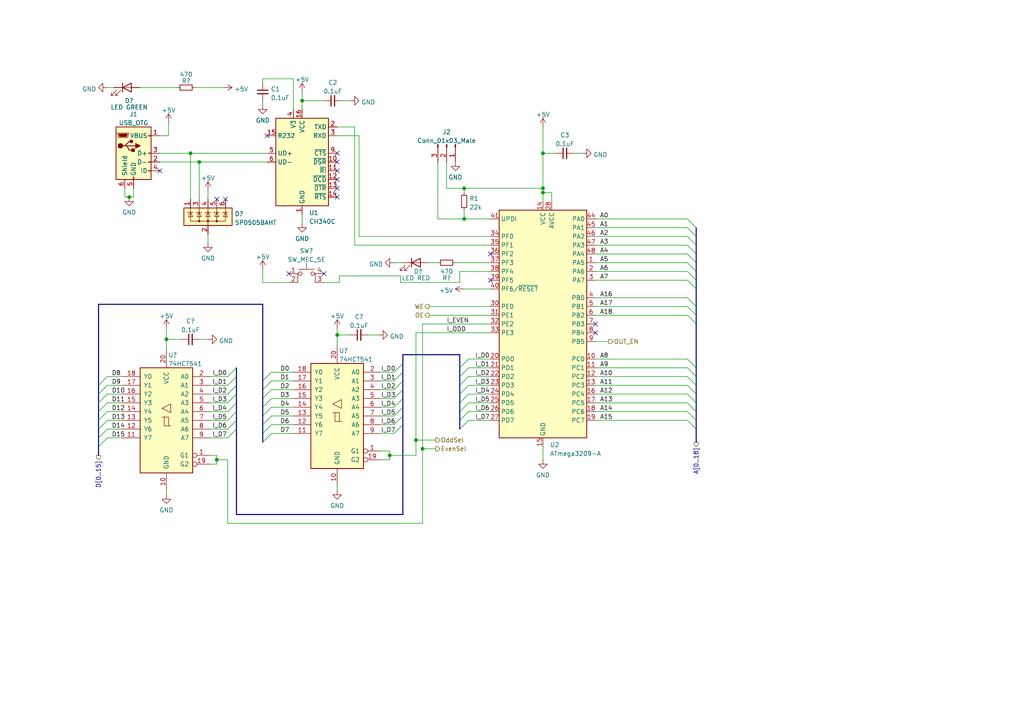
<source format=kicad_sch>
(kicad_sch (version 20211123) (generator eeschema)
  (paper "A4")
  (lib_symbols
    (symbol "74xx:74HCT541" (pin_names (offset 1.016))
      (property "Reference" "U" (at -7.62 16.51 0))
      (property "Value" "74HCT541" (at -7.62 -16.51 0))
      (symbol "74HCT541_1_0"
        (polyline (pts (xy -0.635 -1.6002) (xy -0.635 0.9398) (xy 0.635 0.9398)))
        (polyline (pts (xy -1.27 -1.6002) (xy 0.635 -1.6002) (xy 0.635 0.9398) (xy 1.27 0.9398)))
        (polyline (pts (xy 1.27 3.4798) (xy -1.27 4.7498) (xy -1.27 2.2098) (xy 1.27 3.4798)) (stroke (width 0.1524)))
        (pin input inverted (at -12.7 -10.16 0) (length 5.08) (name "G1") (number "1"))
        (pin power_in line (at 0 -20.32 90) (length 5.08) (name "GND") (number "10"))
        (pin tri_state line (at 12.7 -5.08 180) (length 5.08) (name "Y7") (number "11"))
        (pin tri_state line (at 12.7 -2.54 180) (length 5.08) (name "Y6") (number "12"))
        (pin tri_state line (at 12.7 0 180) (length 5.08) (name "Y5") (number "13"))
        (pin tri_state line (at 12.7 2.54 180) (length 5.08) (name "Y4") (number "14"))
        (pin tri_state line (at 12.7 5.08 180) (length 5.08) (name "Y3") (number "15"))
        (pin tri_state line (at 12.7 7.62 180) (length 5.08) (name "Y2") (number "16"))
        (pin tri_state line (at 12.7 10.16 180) (length 5.08) (name "Y1") (number "17"))
        (pin tri_state line (at 12.7 12.7 180) (length 5.08) (name "Y0") (number "18"))
        (pin input inverted (at -12.7 -12.7 0) (length 5.08) (name "G2") (number "19"))
        (pin input line (at -12.7 12.7 0) (length 5.08) (name "A0") (number "2"))
        (pin power_in line (at 0 20.32 270) (length 5.08) (name "VCC") (number "20"))
        (pin input line (at -12.7 10.16 0) (length 5.08) (name "A1") (number "3"))
        (pin input line (at -12.7 7.62 0) (length 5.08) (name "A2") (number "4"))
        (pin input line (at -12.7 5.08 0) (length 5.08) (name "A3") (number "5"))
        (pin input line (at -12.7 2.54 0) (length 5.08) (name "A4") (number "6"))
        (pin input line (at -12.7 0 0) (length 5.08) (name "A5") (number "7"))
        (pin input line (at -12.7 -2.54 0) (length 5.08) (name "A6") (number "8"))
        (pin input line (at -12.7 -5.08 0) (length 5.08) (name "A7") (number "9"))
      )
      (symbol "74HCT541_1_1"
        (rectangle (start -7.62 15.24) (end 7.62 -15.24) (stroke (width 0.254)) (fill (type background)))
      )
    )
    (symbol "Connector:Conn_01x03_Male" (pin_names (offset 1.016) hide)
      (property "Reference" "J" (at 0 5.08 0))
      (property "Value" "Conn_01x03_Male" (at 0 -5.08 0))
      (symbol "Conn_01x03_Male_1_1"
        (polyline (pts (xy 1.27 -2.54) (xy 0.8636 -2.54)) (stroke (width 0.1524)))
        (polyline (pts (xy 1.27 0) (xy 0.8636 0)) (stroke (width 0.1524)))
        (polyline (pts (xy 1.27 2.54) (xy 0.8636 2.54)) (stroke (width 0.1524)))
        (rectangle (start 0.8636 -2.413) (end 0 -2.667) (stroke (width 0.1524)) (fill (type outline)))
        (rectangle (start 0.8636 0.127) (end 0 -0.127) (stroke (width 0.1524)) (fill (type outline)))
        (rectangle (start 0.8636 2.667) (end 0 2.413) (stroke (width 0.1524)) (fill (type outline)))
        (pin passive line (at 5.08 2.54 180) (length 3.81) (name "Pin_1") (number "1"))
        (pin passive line (at 5.08 0 180) (length 3.81) (name "Pin_2") (number "2"))
        (pin passive line (at 5.08 -2.54 180) (length 3.81) (name "Pin_3") (number "3"))
      )
    )
    (symbol "Connector:USB_OTG" (pin_names (offset 1.016))
      (property "Reference" "J" (at -5.08 11.43 0))
      (property "Value" "USB_OTG" (at -5.08 8.89 0))
      (symbol "USB_OTG_0_1"
        (rectangle (start -5.08 -7.62) (end 5.08 7.62) (stroke (width 0.254)) (fill (type background)))
        (circle (center -3.81 2.159) (radius 0.635) (stroke (width 0.254)) (fill (type outline)))
        (circle (center -0.635 3.429) (radius 0.381) (stroke (width 0.254)) (fill (type outline)))
        (rectangle (start -0.127 -7.62) (end 0.127 -6.858))
        (polyline (pts (xy -1.905 2.159) (xy 0.635 2.159)) (stroke (width 0.254)))
        (polyline (pts (xy -3.175 2.159) (xy -2.54 2.159) (xy -1.27 3.429) (xy -0.635 3.429)) (stroke (width 0.254)))
        (polyline (pts (xy -2.54 2.159) (xy -1.905 2.159) (xy -1.27 0.889) (xy 0 0.889)) (stroke (width 0.254)))
        (polyline (pts (xy 0.635 2.794) (xy 0.635 1.524) (xy 1.905 2.159) (xy 0.635 2.794)) (stroke (width 0.254)) (fill (type outline)))
        (polyline (pts (xy -4.318 5.588) (xy -1.778 5.588) (xy -2.032 4.826) (xy -4.064 4.826) (xy -4.318 5.588)) (fill (type outline)))
        (polyline (pts (xy -4.699 5.842) (xy -4.699 5.588) (xy -4.445 4.826) (xy -4.445 4.572) (xy -1.651 4.572) (xy -1.651 4.826) (xy -1.397 5.588) (xy -1.397 5.842) (xy -4.699 5.842)))
        (rectangle (start 0.254 1.27) (end -0.508 0.508) (stroke (width 0.254)) (fill (type outline)))
        (rectangle (start 5.08 -5.207) (end 4.318 -4.953))
        (rectangle (start 5.08 -2.667) (end 4.318 -2.413))
        (rectangle (start 5.08 -0.127) (end 4.318 0.127))
        (rectangle (start 5.08 4.953) (end 4.318 5.207))
      )
      (symbol "USB_OTG_1_1"
        (pin passive line (at 7.62 5.08 180) (length 2.54) (name "VBUS") (number "1"))
        (pin bidirectional line (at 7.62 -2.54 180) (length 2.54) (name "D-") (number "2"))
        (pin bidirectional line (at 7.62 0 180) (length 2.54) (name "D+") (number "3"))
        (pin passive line (at 7.62 -5.08 180) (length 2.54) (name "ID") (number "4"))
        (pin passive line (at 0 -10.16 90) (length 2.54) (name "GND") (number "5"))
        (pin passive line (at -2.54 -10.16 90) (length 2.54) (name "Shield") (number "6"))
      )
    )
    (symbol "Device:C_Small" (pin_numbers hide) (pin_names (offset 0.254) hide)
      (property "Reference" "C" (at 0.254 1.778 0))
      (property "Value" "C_Small" (at 0.254 -2.032 0))
      (symbol "C_Small_0_1"
        (polyline (pts (xy -1.524 -0.508) (xy 1.524 -0.508)) (stroke (width 0.3302)))
        (polyline (pts (xy -1.524 0.508) (xy 1.524 0.508)) (stroke (width 0.3048)))
      )
      (symbol "C_Small_1_1"
        (pin passive line (at 0 2.54 270) (length 2.032) (name "~") (number "1"))
        (pin passive line (at 0 -2.54 90) (length 2.032) (name "~") (number "2"))
      )
    )
    (symbol "Device:LED" (pin_numbers hide) (pin_names (offset 1.016) hide)
      (property "Reference" "D" (at 0 2.54 0))
      (property "Value" "LED" (at 0 -2.54 0))
      (symbol "LED_0_1"
        (polyline (pts (xy -1.27 -1.27) (xy -1.27 1.27)) (stroke (width 0.254)))
        (polyline (pts (xy -1.27 0) (xy 1.27 0)))
        (polyline (pts (xy 1.27 -1.27) (xy 1.27 1.27) (xy -1.27 0) (xy 1.27 -1.27)) (stroke (width 0.254)))
        (polyline (pts (xy -3.048 -0.762) (xy -4.572 -2.286) (xy -3.81 -2.286) (xy -4.572 -2.286) (xy -4.572 -1.524)))
        (polyline (pts (xy -1.778 -0.762) (xy -3.302 -2.286) (xy -2.54 -2.286) (xy -3.302 -2.286) (xy -3.302 -1.524)))
      )
      (symbol "LED_1_1"
        (pin passive line (at -3.81 0 0) (length 2.54) (name "K") (number "1"))
        (pin passive line (at 3.81 0 180) (length 2.54) (name "A") (number "2"))
      )
    )
    (symbol "Device:R_Small" (pin_numbers hide) (pin_names (offset 0.254) hide)
      (property "Reference" "R" (at 0.762 0.508 0))
      (property "Value" "R_Small" (at 0.762 -1.016 0))
      (symbol "R_Small_0_1"
        (rectangle (start -0.762 1.778) (end 0.762 -1.778) (stroke (width 0.2032)))
      )
      (symbol "R_Small_1_1"
        (pin passive line (at 0 2.54 270) (length 0.762) (name "~") (number "1"))
        (pin passive line (at 0 -2.54 90) (length 0.762) (name "~") (number "2"))
      )
    )
    (symbol "Interface_USB:CH340C"
      (property "Reference" "U" (at -5.08 13.97 0))
      (property "Value" "CH340C" (at 1.27 13.97 0))
      (symbol "CH340C_0_1"
        (rectangle (start -7.62 12.7) (end 7.62 -12.7) (stroke (width 0.254)) (fill (type background)))
      )
      (symbol "CH340C_1_1"
        (pin power_in line (at 0 -15.24 90) (length 2.54) (name "GND") (number "1"))
        (pin input line (at 10.16 0 180) (length 2.54) (name "~{DSR}") (number "10"))
        (pin input line (at 10.16 -2.54 180) (length 2.54) (name "~{RI}") (number "11"))
        (pin input line (at 10.16 -5.08 180) (length 2.54) (name "~{DCD}") (number "12"))
        (pin output line (at 10.16 -7.62 180) (length 2.54) (name "~{DTR}") (number "13"))
        (pin output line (at 10.16 -10.16 180) (length 2.54) (name "~{RTS}") (number "14"))
        (pin input line (at -10.16 7.62 0) (length 2.54) (name "R232") (number "15"))
        (pin power_in line (at 0 15.24 270) (length 2.54) (name "VCC") (number "16"))
        (pin output line (at 10.16 10.16 180) (length 2.54) (name "TXD") (number "2"))
        (pin input line (at 10.16 7.62 180) (length 2.54) (name "RXD") (number "3"))
        (pin passive line (at -2.54 15.24 270) (length 2.54) (name "V3") (number "4"))
        (pin bidirectional line (at -10.16 2.54 0) (length 2.54) (name "UD+") (number "5"))
        (pin bidirectional line (at -10.16 0 0) (length 2.54) (name "UD-") (number "6"))
        (pin no_connect line (at -7.62 -7.62 0) (length 2.54) hide (name "NC") (number "7"))
        (pin no_connect line (at -7.62 -10.16 0) (length 2.54) hide (name "NC") (number "8"))
        (pin input line (at 10.16 2.54 180) (length 2.54) (name "~{CTS}") (number "9"))
      )
    )
    (symbol "MCU_Microchip_ATmega:ATmega3209-A"
      (property "Reference" "U" (at -12.7 34.29 0))
      (property "Value" "ATmega3209-A" (at 2.54 -34.29 0))
      (symbol "ATmega3209-A_0_1"
        (rectangle (start -12.7 -33.02) (end 12.7 33.02) (stroke (width 0.254)) (fill (type background)))
      )
      (symbol "ATmega3209-A_1_1"
        (pin bidirectional line (at 15.24 17.78 180) (length 2.54) (name "PA5") (number "1"))
        (pin bidirectional line (at 15.24 -10.16 180) (length 2.54) (name "PC0") (number "10"))
        (pin bidirectional line (at 15.24 -12.7 180) (length 2.54) (name "PC1") (number "11"))
        (pin bidirectional line (at 15.24 -15.24 180) (length 2.54) (name "PC2") (number "12"))
        (pin bidirectional line (at 15.24 -17.78 180) (length 2.54) (name "PC3") (number "13"))
        (pin power_in line (at 0 35.56 270) (length 2.54) (name "VCC") (number "14"))
        (pin power_in line (at 0 -35.56 90) (length 2.54) (name "GND") (number "15"))
        (pin bidirectional line (at 15.24 -20.32 180) (length 2.54) (name "PC4") (number "16"))
        (pin bidirectional line (at 15.24 -22.86 180) (length 2.54) (name "PC5") (number "17"))
        (pin bidirectional line (at 15.24 -25.4 180) (length 2.54) (name "PC6") (number "18"))
        (pin bidirectional line (at 15.24 -27.94 180) (length 2.54) (name "PC7") (number "19"))
        (pin bidirectional line (at 15.24 15.24 180) (length 2.54) (name "PA6") (number "2"))
        (pin bidirectional line (at -15.24 -10.16 0) (length 2.54) (name "PD0") (number "20"))
        (pin bidirectional line (at -15.24 -12.7 0) (length 2.54) (name "PD1") (number "21"))
        (pin bidirectional line (at -15.24 -15.24 0) (length 2.54) (name "PD2") (number "22"))
        (pin bidirectional line (at -15.24 -17.78 0) (length 2.54) (name "PD3") (number "23"))
        (pin bidirectional line (at -15.24 -20.32 0) (length 2.54) (name "PD4") (number "24"))
        (pin bidirectional line (at -15.24 -22.86 0) (length 2.54) (name "PD5") (number "25"))
        (pin bidirectional line (at -15.24 -25.4 0) (length 2.54) (name "PD6") (number "26"))
        (pin bidirectional line (at -15.24 -27.94 0) (length 2.54) (name "PD7") (number "27"))
        (pin power_in line (at 2.54 35.56 270) (length 2.54) (name "AVCC") (number "28"))
        (pin passive line (at 0 -35.56 90) (length 2.54) hide (name "GND") (number "29"))
        (pin bidirectional line (at 15.24 12.7 180) (length 2.54) (name "PA7") (number "3"))
        (pin bidirectional line (at -15.24 5.08 0) (length 2.54) (name "PE0") (number "30"))
        (pin bidirectional line (at -15.24 2.54 0) (length 2.54) (name "PE1") (number "31"))
        (pin bidirectional line (at -15.24 0 0) (length 2.54) (name "PE2") (number "32"))
        (pin bidirectional line (at -15.24 -2.54 0) (length 2.54) (name "PE3") (number "33"))
        (pin bidirectional line (at -15.24 25.4 0) (length 2.54) (name "PF0") (number "34"))
        (pin bidirectional line (at -15.24 22.86 0) (length 2.54) (name "PF1") (number "35"))
        (pin bidirectional line (at -15.24 20.32 0) (length 2.54) (name "PF2") (number "36"))
        (pin bidirectional line (at -15.24 17.78 0) (length 2.54) (name "PF3") (number "37"))
        (pin bidirectional line (at -15.24 15.24 0) (length 2.54) (name "PF4") (number "38"))
        (pin bidirectional line (at -15.24 12.7 0) (length 2.54) (name "PF5") (number "39"))
        (pin bidirectional line (at 15.24 7.62 180) (length 2.54) (name "PB0") (number "4"))
        (pin bidirectional line (at -15.24 10.16 0) (length 2.54) (name "PF6/~{RESET}") (number "40"))
        (pin bidirectional line (at -15.24 30.48 0) (length 2.54) (name "UPDI") (number "41"))
        (pin passive line (at 0 35.56 270) (length 2.54) hide (name "VCC") (number "42"))
        (pin passive line (at 0 -35.56 90) (length 2.54) hide (name "GND") (number "43"))
        (pin bidirectional line (at 15.24 30.48 180) (length 2.54) (name "PA0") (number "44"))
        (pin bidirectional line (at 15.24 27.94 180) (length 2.54) (name "PA1") (number "45"))
        (pin bidirectional line (at 15.24 25.4 180) (length 2.54) (name "PA2") (number "46"))
        (pin bidirectional line (at 15.24 22.86 180) (length 2.54) (name "PA3") (number "47"))
        (pin bidirectional line (at 15.24 20.32 180) (length 2.54) (name "PA4") (number "48"))
        (pin bidirectional line (at 15.24 5.08 180) (length 2.54) (name "PB1") (number "5"))
        (pin bidirectional line (at 15.24 2.54 180) (length 2.54) (name "PB2") (number "6"))
        (pin bidirectional line (at 15.24 0 180) (length 2.54) (name "PB3") (number "7"))
        (pin bidirectional line (at 15.24 -2.54 180) (length 2.54) (name "PB4") (number "8"))
        (pin bidirectional line (at 15.24 -5.08 180) (length 2.54) (name "PB5") (number "9"))
      )
    )
    (symbol "Power_Protection:SP0505BAHT" (pin_names hide)
      (property "Reference" "D" (at 7.62 2.54 0))
      (property "Value" "SP0505BAHT" (at 7.62 0.635 0))
      (symbol "SP0505BAHT_0_0"
        (pin passive line (at 0 -5.08 90) (length 2.54) (name "A") (number "2"))
      )
      (symbol "SP0505BAHT_0_1"
        (rectangle (start -6.985 2.54) (end 6.985 -2.54) (stroke (width 0.254)) (fill (type background)))
        (circle (center -2.54 -1.27) (radius 0.254) (fill (type outline)))
        (circle (center 0 -1.27) (radius 0.254) (fill (type outline)))
        (polyline (pts (xy -5.08 2.54) (xy -5.08 1.27)))
        (polyline (pts (xy -2.54 2.54) (xy -2.54 1.27)))
        (polyline (pts (xy 0 -1.27) (xy 0 -2.54)))
        (polyline (pts (xy 0 -1.27) (xy 0 1.27)))
        (polyline (pts (xy 0 2.54) (xy 0 1.27)))
        (polyline (pts (xy 0.635 1.27) (xy 0.762 1.27)))
        (polyline (pts (xy 2.54 2.54) (xy 2.54 1.27)))
        (polyline (pts (xy 5.08 2.54) (xy 5.08 1.27)))
        (polyline (pts (xy -5.08 1.27) (xy -5.08 -1.27) (xy -2.54 -1.27)))
        (polyline (pts (xy 0.635 1.27) (xy -0.762 1.27) (xy -0.762 1.016)))
        (polyline (pts (xy 5.08 1.27) (xy 5.08 -1.27) (xy 2.54 -1.27)))
        (polyline (pts (xy -5.842 1.016) (xy -5.842 1.27) (xy -4.445 1.27) (xy -4.318 1.27)))
        (polyline (pts (xy -5.08 1.27) (xy -4.445 0) (xy -5.715 0) (xy -5.08 1.27)))
        (polyline (pts (xy -3.302 1.016) (xy -3.302 1.27) (xy -1.905 1.27) (xy -1.778 1.27)))
        (polyline (pts (xy -2.54 1.27) (xy -2.54 -1.27) (xy 2.54 -1.27) (xy 2.54 1.27)))
        (polyline (pts (xy -2.54 1.27) (xy -1.905 0) (xy -3.175 0) (xy -2.54 1.27)))
        (polyline (pts (xy 0.635 0) (xy -0.635 0) (xy 0 1.27) (xy 0.635 0)))
        (polyline (pts (xy 1.778 1.016) (xy 1.778 1.27) (xy 3.175 1.27) (xy 3.302 1.27)))
        (polyline (pts (xy 2.54 1.27) (xy 1.905 0) (xy 3.175 0) (xy 2.54 1.27)))
        (polyline (pts (xy 4.318 1.016) (xy 4.318 1.27) (xy 5.715 1.27) (xy 5.842 1.27)))
        (polyline (pts (xy 5.08 1.27) (xy 4.445 0) (xy 5.715 0) (xy 5.08 1.27)))
        (circle (center 2.54 -1.27) (radius 0.254) (fill (type outline)))
      )
      (symbol "SP0505BAHT_1_1"
        (pin passive line (at -5.08 5.08 270) (length 2.54) (name "K") (number "1"))
        (pin passive line (at -2.54 5.08 270) (length 2.54) (name "K") (number "3"))
        (pin passive line (at 0 5.08 270) (length 2.54) (name "K") (number "4"))
        (pin passive line (at 2.54 5.08 270) (length 2.54) (name "K") (number "5"))
        (pin passive line (at 5.08 5.08 270) (length 2.54) (name "K") (number "6"))
      )
    )
    (symbol "Switch:SW_MEC_5E" (pin_names (offset 1.016) hide)
      (property "Reference" "SW" (at 0.635 5.715 0))
      (property "Value" "SW_MEC_5E" (at 0 -3.175 0))
      (symbol "SW_MEC_5E_0_1"
        (circle (center -1.778 2.54) (radius 0.508))
        (polyline (pts (xy -2.286 3.81) (xy 2.286 3.81)))
        (polyline (pts (xy 0 3.81) (xy 0 5.588)))
        (polyline (pts (xy -2.54 0) (xy -2.54 2.54) (xy -2.286 2.54)))
        (polyline (pts (xy 2.54 0) (xy 2.54 2.54) (xy 2.286 2.54)))
        (circle (center 1.778 2.54) (radius 0.508))
        (pin passive line (at -5.08 2.54 0) (length 2.54) (name "1") (number "1"))
        (pin passive line (at -5.08 0 0) (length 2.54) (name "2") (number "2"))
        (pin passive line (at 5.08 0 180) (length 2.54) (name "K") (number "3"))
        (pin passive line (at 5.08 2.54 180) (length 2.54) (name "A") (number "4"))
      )
    )
    (symbol "power:+5V" (power) (pin_names (offset 0))
      (property "Value" "+5V" (at 0 3.556 0))
      (symbol "+5V_0_1"
        (polyline (pts (xy -0.762 1.27) (xy 0 2.54)))
        (polyline (pts (xy 0 0) (xy 0 2.54)))
        (polyline (pts (xy 0 2.54) (xy 0.762 1.27)))
      )
      (symbol "+5V_1_1"
        (pin power_in line (at 0 0 90) (length 0) hide (name "+5V") (number "1"))
      )
    )
    (symbol "power:GND" (power) (pin_names (offset 0))
      (property "Value" "GND" (at 0 -3.81 0))
      (symbol "GND_0_1"
        (polyline (pts (xy 0 0) (xy 0 -1.27) (xy 1.27 -1.27) (xy 0 -2.54) (xy -1.27 -1.27) (xy 0 -1.27)))
      )
      (symbol "GND_1_1"
        (pin power_in line (at 0 0 270) (length 0) hide (name "GND") (number "1"))
      )
    )
  )
  (junction (at 157.48 54.61))
  (junction (at 37.465 57.15))
  (junction (at 157.48 55.88))
  (junction (at 134.62 54.61))
  (junction (at 157.48 44.45))
  (junction (at 134.62 63.5))
  (junction (at 55.245 44.45))
  (junction (at 113.03 132.08))
  (junction (at 122.555 130.175))
  (junction (at 97.79 97.155))
  (junction (at 48.26 98.425))
  (junction (at 120.65 127.635))
  (junction (at 62.865 133.35))
  (junction (at 57.785 46.99))
  (junction (at 87.63 29.21))
  (no_connect (at 83.82 79.375))
  (no_connect (at 93.98 79.375))
  (no_connect (at 46.355 49.53))
  (no_connect (at 62.865 57.785))
  (no_connect (at 65.405 57.785))
  (no_connect (at 77.47 39.37))
  (no_connect (at 97.79 49.53))
  (no_connect (at 97.79 46.99))
  (no_connect (at 97.79 44.45))
  (no_connect (at 97.79 57.15))
  (no_connect (at 97.79 54.61))
  (no_connect (at 97.79 52.07))
  (no_connect (at 172.72 93.98))
  (no_connect (at 142.24 81.28))
  (no_connect (at 142.24 73.66))
  (no_connect (at 172.72 96.52))
  (bus_entry (at 76.2 118.11) (size 2.54 -2.54))
  (bus_entry (at 199.39 86.36) (size 2.54 2.54))
  (bus_entry (at 199.39 88.9) (size 2.54 2.54))
  (bus_entry (at 66.04 116.84) (size 2.54 -2.54))
  (bus_entry (at 66.04 114.3) (size 2.54 -2.54))
  (bus_entry (at 66.04 111.76) (size 2.54 -2.54))
  (bus_entry (at 66.04 109.22) (size 2.54 -2.54))
  (bus_entry (at 66.04 119.38) (size 2.54 -2.54))
  (bus_entry (at 28.575 127) (size 2.54 -2.54))
  (bus_entry (at 28.575 129.54) (size 2.54 -2.54))
  (bus_entry (at 28.575 121.92) (size 2.54 -2.54))
  (bus_entry (at 28.575 124.46) (size 2.54 -2.54))
  (bus_entry (at 28.575 116.84) (size 2.54 -2.54))
  (bus_entry (at 28.575 119.38) (size 2.54 -2.54))
  (bus_entry (at 28.575 111.76) (size 2.54 -2.54))
  (bus_entry (at 28.575 114.3) (size 2.54 -2.54))
  (bus_entry (at 76.2 128.27) (size 2.54 -2.54))
  (bus_entry (at 76.2 125.73) (size 2.54 -2.54))
  (bus_entry (at 76.2 120.65) (size 2.54 -2.54))
  (bus_entry (at 76.2 110.49) (size 2.54 -2.54))
  (bus_entry (at 114.3 107.95) (size 2.54 -2.54))
  (bus_entry (at 114.3 110.49) (size 2.54 -2.54))
  (bus_entry (at 114.3 123.19) (size 2.54 -2.54))
  (bus_entry (at 114.3 118.11) (size 2.54 -2.54))
  (bus_entry (at 114.3 120.65) (size 2.54 -2.54))
  (bus_entry (at 114.3 113.03) (size 2.54 -2.54))
  (bus_entry (at 114.3 115.57) (size 2.54 -2.54))
  (bus_entry (at 114.3 125.73) (size 2.54 -2.54))
  (bus_entry (at 76.2 115.57) (size 2.54 -2.54))
  (bus_entry (at 66.04 124.46) (size 2.54 -2.54))
  (bus_entry (at 66.04 127) (size 2.54 -2.54))
  (bus_entry (at 76.2 123.19) (size 2.54 -2.54))
  (bus_entry (at 199.39 66.04) (size 2.54 2.54))
  (bus_entry (at 199.39 63.5) (size 2.54 2.54))
  (bus_entry (at 199.39 68.58) (size 2.54 2.54))
  (bus_entry (at 199.39 71.12) (size 2.54 2.54))
  (bus_entry (at 199.39 78.74) (size 2.54 2.54))
  (bus_entry (at 199.39 73.66) (size 2.54 2.54))
  (bus_entry (at 199.39 76.2) (size 2.54 2.54))
  (bus_entry (at 199.39 81.28) (size 2.54 2.54))
  (bus_entry (at 199.39 104.14) (size 2.54 2.54))
  (bus_entry (at 199.39 109.22) (size 2.54 2.54))
  (bus_entry (at 199.39 111.76) (size 2.54 2.54))
  (bus_entry (at 199.39 106.68) (size 2.54 2.54))
  (bus_entry (at 199.39 114.3) (size 2.54 2.54))
  (bus_entry (at 199.39 116.84) (size 2.54 2.54))
  (bus_entry (at 199.39 119.38) (size 2.54 2.54))
  (bus_entry (at 199.39 121.92) (size 2.54 2.54))
  (bus_entry (at 199.39 91.44) (size 2.54 2.54))
  (bus_entry (at 133.35 106.68) (size 2.54 -2.54))
  (bus_entry (at 133.35 109.22) (size 2.54 -2.54))
  (bus_entry (at 133.35 111.76) (size 2.54 -2.54))
  (bus_entry (at 133.35 116.84) (size 2.54 -2.54))
  (bus_entry (at 133.35 119.38) (size 2.54 -2.54))
  (bus_entry (at 133.35 121.92) (size 2.54 -2.54))
  (bus_entry (at 133.35 124.46) (size 2.54 -2.54))
  (bus_entry (at 133.35 114.3) (size 2.54 -2.54))
  (bus_entry (at 76.2 113.03) (size 2.54 -2.54))
  (bus_entry (at 66.04 121.92) (size 2.54 -2.54))
  (bus (pts (xy 201.93 78.74) (xy 201.93 81.28)))
  (wire (pts (xy 157.48 129.54) (xy 157.48 133.35)))
  (wire (pts (xy 110.49 125.73) (xy 114.3 125.73)))
  (wire (pts (xy 172.72 73.66) (xy 199.39 73.66)))
  (wire (pts (xy 98.425 80.01) (xy 98.425 81.915)))
  (wire (pts (xy 97.79 97.155) (xy 97.79 100.33)))
  (wire (pts (xy 122.555 151.765) (xy 66.04 151.765)))
  (wire (pts (xy 172.72 63.5) (xy 199.39 63.5)))
  (bus (pts (xy 28.575 121.92) (xy 28.575 124.46)))
  (wire (pts (xy 85.09 22.86) (xy 76.2 22.86)))
  (wire (pts (xy 135.89 121.92) (xy 142.24 121.92)))
  (wire (pts (xy 116.205 80.01) (xy 98.425 80.01)))
  (wire (pts (xy 172.72 71.12) (xy 199.39 71.12)))
  (bus (pts (xy 201.93 66.04) (xy 201.93 68.58)))
  (bus (pts (xy 133.35 109.22) (xy 133.35 106.68)))
  (wire (pts (xy 172.72 66.04) (xy 199.39 66.04)))
  (wire (pts (xy 78.74 118.11) (xy 85.09 118.11)))
  (wire (pts (xy 172.72 114.3) (xy 199.39 114.3)))
  (wire (pts (xy 157.48 54.61) (xy 157.48 55.88)))
  (bus (pts (xy 68.58 106.68) (xy 68.58 109.22)))
  (wire (pts (xy 172.72 116.84) (xy 199.39 116.84)))
  (wire (pts (xy 97.79 95.25) (xy 97.79 97.155)))
  (wire (pts (xy 60.96 111.76) (xy 66.04 111.76)))
  (bus (pts (xy 201.93 91.44) (xy 201.93 93.98)))
  (wire (pts (xy 110.49 120.65) (xy 114.3 120.65)))
  (wire (pts (xy 142.24 96.52) (xy 120.65 96.52)))
  (bus (pts (xy 116.84 102.87) (xy 116.84 105.41)))
  (wire (pts (xy 46.355 44.45) (xy 55.245 44.45)))
  (bus (pts (xy 116.84 113.03) (xy 116.84 115.57)))
  (bus (pts (xy 76.2 88.265) (xy 28.575 88.265)))
  (bus (pts (xy 68.58 121.92) (xy 68.58 124.46)))
  (wire (pts (xy 48.26 98.425) (xy 48.26 101.6)))
  (wire (pts (xy 38.735 57.15) (xy 37.465 57.15)))
  (wire (pts (xy 97.79 39.37) (xy 104.14 39.37)))
  (bus (pts (xy 201.93 83.82) (xy 201.93 88.9)))
  (wire (pts (xy 87.63 29.21) (xy 93.98 29.21)))
  (wire (pts (xy 78.74 113.03) (xy 85.09 113.03)))
  (wire (pts (xy 142.24 71.12) (xy 102.87 71.12)))
  (wire (pts (xy 87.63 62.23) (xy 87.63 64.77)))
  (wire (pts (xy 48.26 98.425) (xy 52.705 98.425)))
  (wire (pts (xy 124.46 76.2) (xy 127 76.2)))
  (bus (pts (xy 116.84 118.11) (xy 116.84 120.65)))
  (bus (pts (xy 68.58 119.38) (xy 68.58 121.92)))
  (wire (pts (xy 172.72 91.44) (xy 199.39 91.44)))
  (wire (pts (xy 134.62 54.61) (xy 157.48 54.61)))
  (bus (pts (xy 116.84 149.225) (xy 68.58 149.225)))
  (wire (pts (xy 31.115 121.92) (xy 35.56 121.92)))
  (wire (pts (xy 129.54 54.61) (xy 134.62 54.61)))
  (wire (pts (xy 122.555 130.175) (xy 126.365 130.175)))
  (wire (pts (xy 122.555 130.175) (xy 122.555 151.765)))
  (wire (pts (xy 60.96 121.92) (xy 66.04 121.92)))
  (bus (pts (xy 116.84 102.87) (xy 133.35 102.87)))
  (wire (pts (xy 134.62 60.96) (xy 134.62 63.5)))
  (wire (pts (xy 120.65 127.635) (xy 120.65 132.08)))
  (wire (pts (xy 76.2 29.21) (xy 76.2 30.48)))
  (wire (pts (xy 60.96 127) (xy 66.04 127)))
  (wire (pts (xy 60.96 134.62) (xy 62.865 134.62)))
  (wire (pts (xy 133.35 78.74) (xy 142.24 78.74)))
  (bus (pts (xy 133.35 121.92) (xy 133.35 119.38)))
  (bus (pts (xy 28.575 124.46) (xy 28.575 127)))
  (wire (pts (xy 60.96 116.84) (xy 66.04 116.84)))
  (wire (pts (xy 114.3 76.2) (xy 116.84 76.2)))
  (bus (pts (xy 76.2 113.03) (xy 76.2 115.57)))
  (wire (pts (xy 172.72 86.36) (xy 199.39 86.36)))
  (wire (pts (xy 85.09 31.75) (xy 85.09 22.86)))
  (bus (pts (xy 133.35 111.76) (xy 133.35 109.22)))
  (bus (pts (xy 201.93 106.68) (xy 201.93 109.22)))
  (bus (pts (xy 68.58 116.84) (xy 68.58 119.38)))
  (wire (pts (xy 172.72 119.38) (xy 199.39 119.38)))
  (bus (pts (xy 76.2 110.49) (xy 76.2 88.265)))
  (wire (pts (xy 48.26 142.24) (xy 48.26 143.51)))
  (bus (pts (xy 201.93 71.12) (xy 201.93 73.66)))
  (bus (pts (xy 201.93 73.66) (xy 201.93 76.2)))
  (wire (pts (xy 31.115 119.38) (xy 35.56 119.38)))
  (wire (pts (xy 60.96 114.3) (xy 66.04 114.3)))
  (wire (pts (xy 127 63.5) (xy 134.62 63.5)))
  (wire (pts (xy 31.115 25.4) (xy 33.02 25.4)))
  (wire (pts (xy 31.115 127) (xy 35.56 127)))
  (wire (pts (xy 110.49 110.49) (xy 114.3 110.49)))
  (wire (pts (xy 157.48 44.45) (xy 157.48 54.61)))
  (wire (pts (xy 124.46 91.44) (xy 142.24 91.44)))
  (wire (pts (xy 113.03 132.08) (xy 120.65 132.08)))
  (wire (pts (xy 66.04 151.765) (xy 66.04 133.35)))
  (wire (pts (xy 62.865 132.08) (xy 60.96 132.08)))
  (bus (pts (xy 28.575 116.84) (xy 28.575 119.38)))
  (bus (pts (xy 116.84 105.41) (xy 116.84 107.95)))
  (bus (pts (xy 28.575 119.38) (xy 28.575 121.92)))
  (wire (pts (xy 172.72 99.06) (xy 176.53 99.06)))
  (bus (pts (xy 76.2 120.65) (xy 76.2 123.19)))
  (wire (pts (xy 97.79 140.97) (xy 97.79 142.24)))
  (wire (pts (xy 60.325 55.245) (xy 60.325 57.785)))
  (wire (pts (xy 113.03 133.35) (xy 110.49 133.35)))
  (bus (pts (xy 68.58 111.76) (xy 68.58 114.3)))
  (wire (pts (xy 93.98 81.915) (xy 98.425 81.915)))
  (wire (pts (xy 78.74 120.65) (xy 85.09 120.65)))
  (wire (pts (xy 87.63 26.67) (xy 87.63 29.21)))
  (wire (pts (xy 104.14 39.37) (xy 104.14 68.58)))
  (bus (pts (xy 76.2 110.49) (xy 76.2 113.03)))
  (bus (pts (xy 28.575 111.76) (xy 28.575 114.3)))
  (wire (pts (xy 124.46 88.9) (xy 142.24 88.9)))
  (wire (pts (xy 172.72 121.92) (xy 199.39 121.92)))
  (wire (pts (xy 60.96 119.38) (xy 66.04 119.38)))
  (wire (pts (xy 78.74 107.95) (xy 85.09 107.95)))
  (wire (pts (xy 135.89 119.38) (xy 142.24 119.38)))
  (bus (pts (xy 201.93 81.28) (xy 201.93 83.82)))
  (bus (pts (xy 133.35 106.68) (xy 133.35 102.87)))
  (wire (pts (xy 134.62 83.82) (xy 142.24 83.82)))
  (bus (pts (xy 28.575 129.54) (xy 28.575 132.08)))
  (bus (pts (xy 133.35 119.38) (xy 133.35 116.84)))
  (bus (pts (xy 201.93 76.2) (xy 201.93 78.74)))
  (wire (pts (xy 113.03 132.08) (xy 113.03 133.35)))
  (wire (pts (xy 135.89 106.68) (xy 142.24 106.68)))
  (bus (pts (xy 201.93 109.22) (xy 201.93 111.76)))
  (wire (pts (xy 36.195 54.61) (xy 36.195 57.15)))
  (wire (pts (xy 135.89 111.76) (xy 142.24 111.76)))
  (wire (pts (xy 99.06 29.21) (xy 101.6 29.21)))
  (wire (pts (xy 56.515 25.4) (xy 64.77 25.4)))
  (wire (pts (xy 110.49 118.11) (xy 114.3 118.11)))
  (wire (pts (xy 172.72 104.14) (xy 199.39 104.14)))
  (wire (pts (xy 110.49 130.81) (xy 113.03 130.81)))
  (wire (pts (xy 135.89 109.22) (xy 142.24 109.22)))
  (wire (pts (xy 62.865 133.35) (xy 66.04 133.35)))
  (wire (pts (xy 97.79 97.155) (xy 101.6 97.155)))
  (bus (pts (xy 133.35 116.84) (xy 133.35 114.3)))
  (bus (pts (xy 201.93 93.98) (xy 201.93 106.68)))
  (wire (pts (xy 46.355 46.99) (xy 57.785 46.99)))
  (wire (pts (xy 127 46.99) (xy 127 63.5)))
  (wire (pts (xy 110.49 113.03) (xy 114.3 113.03)))
  (bus (pts (xy 116.84 110.49) (xy 116.84 113.03)))
  (wire (pts (xy 76.2 22.86) (xy 76.2 24.13)))
  (bus (pts (xy 76.2 123.19) (xy 76.2 125.73)))
  (bus (pts (xy 201.93 68.58) (xy 201.93 71.12)))
  (bus (pts (xy 116.84 107.95) (xy 116.84 110.49)))
  (wire (pts (xy 172.72 88.9) (xy 199.39 88.9)))
  (wire (pts (xy 40.64 25.4) (xy 51.435 25.4)))
  (wire (pts (xy 135.89 116.84) (xy 142.24 116.84)))
  (bus (pts (xy 201.93 124.46) (xy 201.93 128.27)))
  (wire (pts (xy 135.89 104.14) (xy 142.24 104.14)))
  (wire (pts (xy 78.74 123.19) (xy 85.09 123.19)))
  (wire (pts (xy 87.63 29.21) (xy 87.63 31.75)))
  (wire (pts (xy 55.245 44.45) (xy 55.245 57.785)))
  (bus (pts (xy 133.35 114.3) (xy 133.35 111.76)))
  (wire (pts (xy 78.74 110.49) (xy 85.09 110.49)))
  (wire (pts (xy 62.865 133.35) (xy 62.865 132.08)))
  (bus (pts (xy 28.575 127) (xy 28.575 129.54)))
  (wire (pts (xy 172.72 78.74) (xy 199.39 78.74)))
  (wire (pts (xy 160.02 58.42) (xy 160.02 55.88)))
  (wire (pts (xy 122.555 93.98) (xy 122.555 130.175)))
  (wire (pts (xy 60.325 67.945) (xy 60.325 70.485)))
  (wire (pts (xy 132.08 76.2) (xy 142.24 76.2)))
  (wire (pts (xy 120.65 96.52) (xy 120.65 127.635)))
  (wire (pts (xy 104.14 68.58) (xy 142.24 68.58)))
  (wire (pts (xy 31.115 114.3) (xy 35.56 114.3)))
  (bus (pts (xy 116.84 115.57) (xy 116.84 118.11)))
  (wire (pts (xy 76.2 78.105) (xy 76.2 81.915)))
  (wire (pts (xy 157.48 55.88) (xy 157.48 58.42)))
  (wire (pts (xy 133.35 81.915) (xy 133.35 78.74)))
  (wire (pts (xy 129.54 46.99) (xy 129.54 54.61)))
  (wire (pts (xy 172.72 111.76) (xy 199.39 111.76)))
  (wire (pts (xy 57.785 98.425) (xy 60.325 98.425)))
  (wire (pts (xy 116.205 80.01) (xy 116.205 81.915)))
  (bus (pts (xy 201.93 88.9) (xy 201.93 91.44)))
  (wire (pts (xy 36.195 57.15) (xy 37.465 57.15)))
  (wire (pts (xy 31.115 116.84) (xy 35.56 116.84)))
  (bus (pts (xy 116.84 120.65) (xy 116.84 123.19)))
  (wire (pts (xy 102.87 71.12) (xy 102.87 36.83)))
  (bus (pts (xy 116.84 123.19) (xy 116.84 149.225)))
  (wire (pts (xy 135.89 114.3) (xy 142.24 114.3)))
  (wire (pts (xy 57.785 46.99) (xy 57.785 57.785)))
  (wire (pts (xy 172.72 106.68) (xy 199.39 106.68)))
  (bus (pts (xy 28.575 114.3) (xy 28.575 116.84)))
  (wire (pts (xy 120.65 127.635) (xy 126.365 127.635)))
  (bus (pts (xy 201.93 121.92) (xy 201.93 124.46)))
  (wire (pts (xy 157.48 36.83) (xy 157.48 44.45)))
  (wire (pts (xy 134.62 54.61) (xy 134.62 55.88)))
  (wire (pts (xy 48.895 39.37) (xy 48.895 35.56)))
  (wire (pts (xy 31.115 124.46) (xy 35.56 124.46)))
  (wire (pts (xy 172.72 76.2) (xy 199.39 76.2)))
  (wire (pts (xy 46.355 39.37) (xy 48.895 39.37)))
  (bus (pts (xy 28.575 88.265) (xy 28.575 111.76)))
  (bus (pts (xy 201.93 114.3) (xy 201.93 116.84)))
  (wire (pts (xy 110.49 115.57) (xy 114.3 115.57)))
  (wire (pts (xy 31.115 111.76) (xy 35.56 111.76)))
  (wire (pts (xy 160.02 55.88) (xy 157.48 55.88)))
  (wire (pts (xy 142.24 93.98) (xy 122.555 93.98)))
  (wire (pts (xy 60.96 109.22) (xy 66.04 109.22)))
  (bus (pts (xy 76.2 125.73) (xy 76.2 128.27)))
  (wire (pts (xy 78.74 125.73) (xy 85.09 125.73)))
  (wire (pts (xy 166.37 44.45) (xy 168.91 44.45)))
  (wire (pts (xy 57.785 46.99) (xy 77.47 46.99)))
  (wire (pts (xy 110.49 107.95) (xy 114.3 107.95)))
  (wire (pts (xy 102.87 36.83) (xy 97.79 36.83)))
  (wire (pts (xy 161.29 44.45) (xy 157.48 44.45)))
  (wire (pts (xy 38.735 54.61) (xy 38.735 57.15)))
  (bus (pts (xy 201.93 119.38) (xy 201.93 121.92)))
  (wire (pts (xy 172.72 68.58) (xy 199.39 68.58)))
  (wire (pts (xy 134.62 63.5) (xy 142.24 63.5)))
  (wire (pts (xy 172.72 81.28) (xy 199.39 81.28)))
  (bus (pts (xy 201.93 111.76) (xy 201.93 114.3)))
  (bus (pts (xy 133.35 124.46) (xy 133.35 121.92)))
  (wire (pts (xy 62.865 134.62) (xy 62.865 133.35)))
  (bus (pts (xy 68.58 114.3) (xy 68.58 116.84)))
  (wire (pts (xy 48.26 95.25) (xy 48.26 98.425)))
  (wire (pts (xy 172.72 109.22) (xy 199.39 109.22)))
  (bus (pts (xy 201.93 116.84) (xy 201.93 119.38)))
  (wire (pts (xy 78.74 115.57) (xy 85.09 115.57)))
  (wire (pts (xy 76.2 81.915) (xy 83.82 81.915)))
  (bus (pts (xy 68.58 109.22) (xy 68.58 111.76)))
  (wire (pts (xy 113.03 130.81) (xy 113.03 132.08)))
  (wire (pts (xy 116.205 81.915) (xy 133.35 81.915)))
  (wire (pts (xy 31.115 109.22) (xy 35.56 109.22)))
  (bus (pts (xy 76.2 115.57) (xy 76.2 118.11)))
  (wire (pts (xy 110.49 123.19) (xy 114.3 123.19)))
  (wire (pts (xy 55.245 44.45) (xy 77.47 44.45)))
  (bus (pts (xy 68.58 124.46) (xy 68.58 149.225)))
  (wire (pts (xy 106.68 97.155) (xy 109.855 97.155)))
  (wire (pts (xy 60.96 124.46) (xy 66.04 124.46)))
  (bus (pts (xy 76.2 118.11) (xy 76.2 120.65)))
  (label "I_D2" (at 137.795 109.22 0))
  (label "D3" (at 81.28 115.57 0))
  (label "D13" (at 32.385 121.92 0))
  (label "I_D6" (at 137.795 119.38 0))
  (label "D14" (at 32.385 124.46 0))
  (label "I_D7" (at 61.595 127 0))
  (label "A2" (at 173.99 68.58 0))
  (label "D2" (at 81.28 113.03 0))
  (label "I_D4" (at 61.595 119.38 0))
  (label "A3" (at 173.99 71.12 0))
  (label "I_D1" (at 61.595 111.76 0))
  (label "D5" (at 81.28 120.65 0))
  (label "A6" (at 173.99 78.74 0))
  (label "I_D3" (at 137.795 111.76 0))
  (label "A16" (at 173.99 86.36 0))
  (label "D11" (at 32.385 116.84 0))
  (label "D10" (at 32.385 114.3 0))
  (label "I_D2" (at 110.49 113.03 0))
  (label "I_D4" (at 137.795 114.3 0))
  (label "I_D5" (at 110.49 120.65 0))
  (label "A13" (at 173.99 116.84 0))
  (label "A7" (at 173.99 81.28 0))
  (label "I_D2" (at 61.595 114.3 0))
  (label "I_D1" (at 137.795 106.68 0))
  (label "A10" (at 173.99 109.22 0))
  (label "A1" (at 173.99 66.04 0))
  (label "A17" (at 173.99 88.9 0))
  (label "I_D3" (at 110.49 115.57 0))
  (label "D9" (at 32.385 111.76 0))
  (label "A9" (at 173.99 106.68 0))
  (label "I_D0" (at 110.49 107.95 0))
  (label "I_ODD" (at 129.54 96.52 0))
  (label "D7" (at 81.28 125.73 0))
  (label "I_D4" (at 110.49 118.11 0))
  (label "I_D5" (at 137.795 116.84 0))
  (label "I_D5" (at 61.595 121.92 0))
  (label "D1" (at 81.28 110.49 0))
  (label "A4" (at 173.99 73.66 0))
  (label "D6" (at 81.28 123.19 0))
  (label "A5" (at 173.99 76.2 0))
  (label "A0" (at 173.99 63.5 0))
  (label "A8" (at 173.99 104.14 0))
  (label "I_D7" (at 110.49 125.73 0))
  (label "A12" (at 173.99 114.3 0))
  (label "I_D1" (at 110.49 110.49 0))
  (label "D8" (at 32.385 109.22 0))
  (label "I_D6" (at 61.595 124.46 0))
  (label "D12" (at 32.385 119.38 0))
  (label "A15" (at 173.99 121.92 0))
  (label "A14" (at 173.99 119.38 0))
  (label "D15" (at 32.385 127 0))
  (label "I_D3" (at 61.595 116.84 0))
  (label "A18" (at 173.99 91.44 0))
  (label "I_D0" (at 137.795 104.14 0))
  (label "D0" (at 81.28 107.95 0))
  (label "I_D7" (at 137.795 121.92 0))
  (label "A11" (at 173.99 111.76 0))
  (label "I_EVEN" (at 129.54 93.98 0))
  (label "D4" (at 81.28 118.11 0))
  (label "I_D6" (at 110.49 123.19 0))
  (label "I_D0" (at 61.595 109.22 0))
  (hierarchical_label "OUT_EN" (shape output) (at 176.53 99.06 0))
  (hierarchical_label "D[0..15]" (shape output) (at 28.575 132.08 270))
  (hierarchical_label "A[0..18]" (shape output) (at 201.93 128.27 270))
  (hierarchical_label "EvenSel" (shape output) (at 126.365 130.175 0))
  (hierarchical_label "OddSel" (shape output) (at 126.365 127.635 0))
  (hierarchical_label "WE" (shape output) (at 124.46 88.9 180))
  (hierarchical_label "OE" (shape output) (at 124.46 91.44 180))
  (symbol (lib_id "Connector:USB_OTG") (at 38.735 44.45 0) (unit 1)
    (property "Reference" "J1" (at 38.735 33.1302 0))
    (property "Value" "USB_OTG" (at 38.735 35.6671 0))
    (property "Footprint" "Connector_USB:USB_Mini-B_Wuerth_65100516121_Horizontal" (effects hide))
    (property "Datasheet" " ~" (effects hide))
  )
  (symbol (lib_id "power:+5V") (at 64.77 25.4 270) (unit 1)
    (property "Reference" "#PWR?" (effects hide))
    (property "Value" "+5V" (at 67.945 25.8338 90) (effects (justify left)))
  )
  (symbol (lib_id "Device:C_Small") (at 104.14 97.155 90) (unit 1)
    (property "Reference" "C?" (at 104.1463 91.8931 90))
    (property "Value" "0.1uF" (at 104.1463 94.43 90))
    (property "Footprint" "Capacitor_SMD:C_1206_3216Metric_Pad1.33x1.80mm_HandSolder" (effects hide))
  )
  (symbol (lib_id "power:GND") (at 97.79 142.24 0) (unit 1)
    (property "Reference" "#PWR?" (effects hide))
    (property "Value" "GND" (at 97.79 146.6834 0))
  )
  (symbol (lib_id "power:+5V") (at 60.325 55.245 0) (unit 1)
    (property "Reference" "#PWR?" (effects hide))
    (property "Value" "+5V" (at 60.325 51.6692 0))
  )
  (symbol (lib_id "power:+5V") (at 157.48 36.83 0) (unit 1)
    (property "Reference" "#PWR09" (effects hide))
    (property "Value" "+5V" (at 157.48 33.2542 0))
  )
  (symbol (lib_id "Device:LED") (at 36.83 25.4 0) (unit 1)
    (property "Reference" "D?" (at 37.465 29.21 0))
    (property "Value" "LED GREEN" (at 37.465 31.115 0))
    (property "Footprint" "LED_SMD:LED_0805_2012Metric_Pad1.15x1.40mm_HandSolder" (effects hide))
  )
  (symbol (lib_id "power:GND") (at 101.6 29.21 90) (unit 1)
    (property "Reference" "#PWR06" (effects hide))
    (property "Value" "GND" (at 104.775 29.6438 90) (effects (justify right)))
  )
  (symbol (lib_id "power:GND") (at 60.325 98.425 90) (unit 1)
    (property "Reference" "#PWR?" (effects hide))
    (property "Value" "GND" (at 63.5 98.8588 90) (effects (justify right)))
  )
  (symbol (lib_id "power:+5V") (at 48.895 35.56 0) (unit 1)
    (property "Reference" "#PWR02" (effects hide))
    (property "Value" "+5V" (at 48.895 31.9842 0))
  )
  (symbol (lib_id "power:GND") (at 37.465 57.15 0) (unit 1)
    (property "Reference" "#PWR01" (effects hide))
    (property "Value" "GND" (at 37.465 61.5934 0))
  )
  (symbol (lib_id "Device:R_Small") (at 53.975 25.4 90) (unit 1)
    (property "Reference" "R?" (at 53.975 23.495 90))
    (property "Value" "470" (at 53.975 21.59 90))
    (property "Footprint" "Resistor_SMD:R_0805_2012Metric_Pad1.20x1.40mm_HandSolder" (effects hide))
  )
  (symbol (lib_id "power:+5V") (at 76.2 78.105 0) (unit 1)
    (property "Reference" "#PWR?" (effects hide))
    (property "Value" "+5V" (at 76.2 74.5292 0))
  )
  (symbol (lib_id "power:GND") (at 48.26 143.51 0) (unit 1)
    (property "Reference" "#PWR?" (effects hide))
    (property "Value" "GND" (at 48.26 147.9534 0))
  )
  (symbol (lib_id "Device:C_Small") (at 76.2 26.67 0) (unit 1)
    (property "Reference" "C1" (at 78.5241 25.8416 0) (effects (justify left)))
    (property "Value" "0.1uF" (at 78.5241 28.3785 0) (effects (justify left)))
    (property "Footprint" "Capacitor_SMD:C_1206_3216Metric_Pad1.33x1.80mm_HandSolder" (effects hide))
  )
  (symbol (lib_id "MCU_Microchip_ATmega:ATmega3209-A") (at 157.48 93.98 0) (unit 1)
    (property "Reference" "U2" (at 159.4994 129.0304 0) (effects (justify left)))
    (property "Value" "ATmega3209-A" (at 159.4994 131.5673 0) (effects (justify left)))
    (property "Footprint" "Package_QFP:TQFP-48_7x7mm_P0.5mm" (effects hide))
    (property "Datasheet" "http://ww1.microchip.com/downloads/en/DeviceDoc/40002016A.pdf" (effects hide))
  )
  (symbol (lib_id "Device:C_Small") (at 96.52 29.21 90) (unit 1)
    (property "Reference" "C2" (at 96.5263 23.9481 90))
    (property "Value" "0.1uF" (at 96.5263 26.485 90))
    (property "Footprint" "Capacitor_SMD:C_1206_3216Metric_Pad1.33x1.80mm_HandSolder" (effects hide))
  )
  (symbol (lib_id "Device:C_Small") (at 163.83 44.45 90) (unit 1)
    (property "Reference" "C3" (at 163.8363 39.1881 90))
    (property "Value" "0.1uF" (at 163.8363 41.725 90))
    (property "Footprint" "Capacitor_SMD:C_1206_3216Metric_Pad1.33x1.80mm_HandSolder" (effects hide))
  )
  (symbol (lib_id "74xx:74HCT541") (at 97.79 120.65 0) (mirror y) (unit 1)
    (property "Reference" "U?" (at 98.3106 101.7102 0) (effects (justify right)))
    (property "Value" "74HCT541" (at 98.3106 104.2471 0) (effects (justify right)))
    (property "Footprint" "Package_SO:SOIC-20W_7.5x12.8mm_P1.27mm" (effects hide))
    (property "Datasheet" "http://www.ti.com/lit/gpn/sn74HCT541" (effects hide))
  )
  (symbol (lib_id "power:GND") (at 76.2 30.48 0) (unit 1)
    (property "Reference" "#PWR03" (effects hide))
    (property "Value" "GND" (at 76.2 34.9234 0))
  )
  (symbol (lib_id "Switch:SW_MEC_5E") (at 88.9 81.915 0) (unit 1)
    (property "Reference" "SW?" (at 88.9 72.7542 0))
    (property "Value" "SW_MEC_5E" (at 88.9 75.2911 0))
    (property "Footprint" "Button_Switch_THT:SW_PUSH_6mm_H4.3mm" (effects hide))
    (property "Datasheet" "http://www.apem.com/int/index.php?controller=attachment&id_attachment=1371" (effects hide))
  )
  (symbol (lib_id "power:GND") (at 60.325 70.485 0) (unit 1)
    (property "Reference" "#PWR?" (effects hide))
    (property "Value" "GND" (at 60.325 74.9284 0))
  )
  (symbol (lib_id "power:+5V") (at 48.26 95.25 0) (unit 1)
    (property "Reference" "#PWR?" (effects hide))
    (property "Value" "+5V" (at 48.26 91.6742 0))
  )
  (symbol (lib_id "power:GND") (at 114.3 76.2 270) (unit 1)
    (property "Reference" "#PWR?" (effects hide))
    (property "Value" "GND" (at 111.1251 76.6338 90) (effects (justify right)))
  )
  (symbol (lib_id "power:GND") (at 157.48 133.35 0) (unit 1)
    (property "Reference" "#PWR010" (effects hide))
    (property "Value" "GND" (at 157.48 137.7934 0))
  )
  (symbol (lib_id "Power_Protection:SP0505BAHT") (at 60.325 62.865 0) (unit 1)
    (property "Reference" "D?" (at 68.072 62.0303 0) (effects (justify left)))
    (property "Value" "SP0505BAHT" (at 68.072 64.5672 0) (effects (justify left)))
    (property "Footprint" "Package_TO_SOT_SMD:SOT-23-6" (effects hide))
    (property "Datasheet" "http://www.littelfuse.com/~/media/files/littelfuse/technical%20resources/documents/data%20sheets/sp05xxba.pdf" (effects hide))
  )
  (symbol (lib_id "Device:R_Small") (at 129.54 76.2 90) (unit 1)
    (property "Reference" "R?" (at 129.54 80.645 90))
    (property "Value" "470" (at 129.54 78.74 90))
    (property "Footprint" "Resistor_SMD:R_0805_2012Metric_Pad1.20x1.40mm_HandSolder" (effects hide))
  )
  (symbol (lib_id "Device:C_Small") (at 55.245 98.425 90) (unit 1)
    (property "Reference" "C?" (at 55.2513 93.1631 90))
    (property "Value" "0.1uF" (at 55.2513 95.7 90))
    (property "Footprint" "Capacitor_SMD:C_1206_3216Metric_Pad1.33x1.80mm_HandSolder" (effects hide))
  )
  (symbol (lib_id "Device:LED") (at 120.65 76.2 0) (unit 1)
    (property "Reference" "D?" (at 121.285 78.74 0))
    (property "Value" "LED RED" (at 120.65 80.645 0))
    (property "Footprint" "LED_SMD:LED_0805_2012Metric_Pad1.15x1.40mm_HandSolder" (effects hide))
  )
  (symbol (lib_id "Connector:Conn_01x03_Male") (at 129.54 41.91 270) (unit 1)
    (property "Reference" "J2" (at 129.54 38.261 90))
    (property "Value" "Conn_01x03_Male" (at 129.54 40.7979 90))
  )
  (symbol (lib_id "Interface_USB:CH340C") (at 87.63 46.99 0) (unit 1)
    (property "Reference" "U1" (at 89.6494 61.7204 0) (effects (justify left)))
    (property "Value" "CH340C" (at 89.6494 64.2573 0) (effects (justify left)))
    (property "Footprint" "Package_SO:SOIC-16_3.9x9.9mm_P1.27mm" (effects hide))
    (property "Datasheet" "https://datasheet.lcsc.com/szlcsc/Jiangsu-Qin-Heng-CH340C_C84681.pdf" (effects hide))
  )
  (symbol (lib_id "power:+5V") (at 134.62 83.82 90) (unit 1)
    (property "Reference" "#PWR08" (effects hide))
    (property "Value" "+5V" (at 131.4451 84.2538 90) (effects (justify left)))
  )
  (symbol (lib_id "power:GND") (at 87.63 64.77 0) (unit 1)
    (property "Reference" "#PWR05" (effects hide))
    (property "Value" "GND" (at 87.63 69.2134 0))
  )
  (symbol (lib_id "power:GND") (at 31.115 25.4 270) (unit 1)
    (property "Reference" "#PWR?" (effects hide))
    (property "Value" "GND" (at 27.9401 25.8338 90) (effects (justify right)))
  )
  (symbol (lib_id "Device:R_Small") (at 134.62 58.42 0) (unit 1)
    (property "Reference" "R1" (at 136.1186 57.5853 0) (effects (justify left)))
    (property "Value" "22k" (at 136.1186 60.1222 0) (effects (justify left)))
    (property "Footprint" "Resistor_SMD:R_0805_2012Metric_Pad1.20x1.40mm_HandSolder" (effects hide))
  )
  (symbol (lib_id "74xx:74HCT541") (at 48.26 121.92 0) (mirror y) (unit 1)
    (property "Reference" "U?" (at 48.7806 102.9802 0) (effects (justify right)))
    (property "Value" "74HCT541" (at 48.7806 105.5171 0) (effects (justify right)))
    (property "Footprint" "Package_SO:SOIC-20W_7.5x12.8mm_P1.27mm" (effects hide))
    (property "Datasheet" "http://www.ti.com/lit/gpn/sn74HCT541" (effects hide))
  )
  (symbol (lib_id "power:+5V") (at 87.63 26.67 0) (unit 1)
    (property "Reference" "#PWR04" (effects hide))
    (property "Value" "+5V" (at 87.63 23.0942 0))
  )
  (symbol (lib_id "power:+5V") (at 97.79 95.25 0) (unit 1)
    (property "Reference" "#PWR?" (effects hide))
    (property "Value" "+5V" (at 97.79 91.6742 0))
  )
  (symbol (lib_id "power:GND") (at 109.855 97.155 90) (unit 1)
    (property "Reference" "#PWR?" (effects hide))
    (property "Value" "GND" (at 113.03 97.5888 90) (effects (justify right)))
  )
  (symbol (lib_id "power:GND") (at 132.08 46.99 0) (unit 1)
    (property "Reference" "#PWR07" (effects hide))
    (property "Value" "GND" (at 132.08 51.4334 0))
  )
  (symbol (lib_id "power:GND") (at 168.91 44.45 90) (unit 1)
    (property "Reference" "#PWR011" (effects hide))
    (property "Value" "GND" (at 172.085 44.8838 90) (effects (justify right)))
  )
)
</source>
